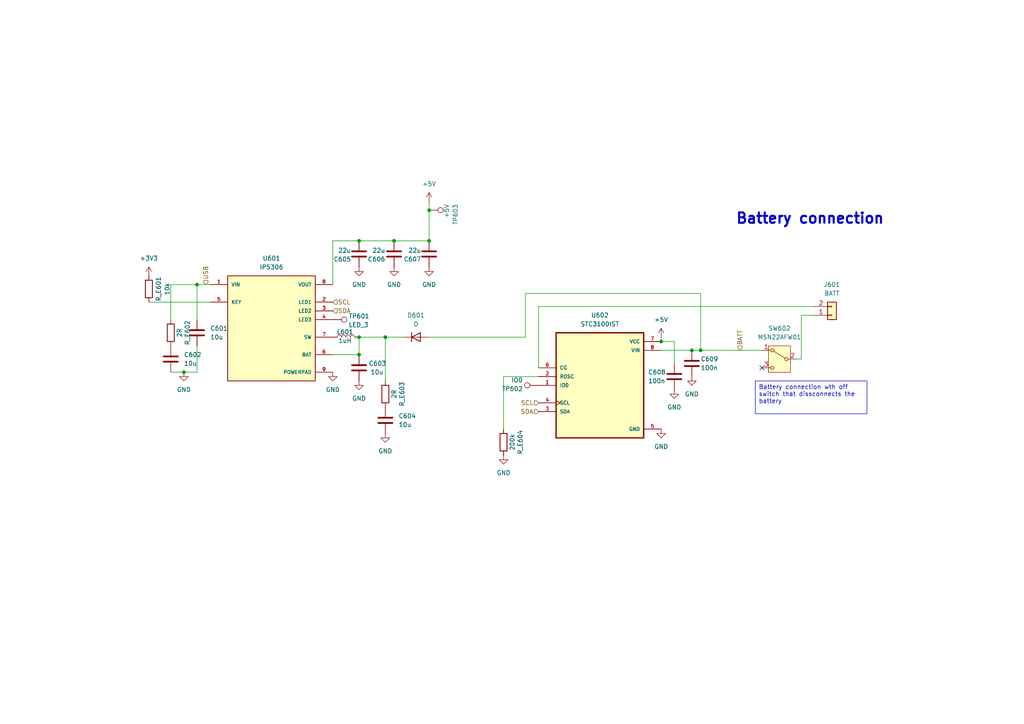
<source format=kicad_sch>
(kicad_sch (version 20231120) (generator "eeschema") (generator_version "8.0")
  (paper "A4")
  (lib_symbols
    (symbol "Connector:TestPoint" (pin_numbers hide) (pin_names (offset 0.762) hide)
      (property "Reference" "TP" (at 0 6.858 0))
      (property "Value" "TestPoint" (at 0 5.08 0))
      (symbol "TestPoint_0_1"
        (circle (center 0 3.302) (radius 0.762))
      )
      (symbol "TestPoint_1_1"
        (pin passive line (at 0 0 90) (length 2.54) (name "1") (number "1"))
      )
    )
    (symbol "Connector_Generic:Conn_01x02" (pin_names (offset 1.016) hide)
      (property "Reference" "J" (at 0 2.54 0))
      (property "Value" "Conn_01x02" (at 0 -5.08 0))
      (symbol "Conn_01x02_1_1"
        (rectangle (start -1.27 -2.413) (end 0 -2.667) (stroke (width 0.1524)))
        (rectangle (start -1.27 0.127) (end 0 -0.127) (stroke (width 0.1524)))
        (rectangle (start -1.27 1.27) (end 1.27 -3.81) (stroke (width 0.254)) (fill (type background)))
        (pin passive line (at -5.08 0 0) (length 3.81) (name "Pin_1") (number "1"))
        (pin passive line (at -5.08 -2.54 0) (length 3.81) (name "Pin_2") (number "2"))
      )
    )
    (symbol "Device:C" (pin_numbers hide) (pin_names (offset 0.254))
      (property "Reference" "C" (at 0.635 2.54 0))
      (property "Value" "C" (at 0.635 -2.54 0))
      (symbol "C_0_1"
        (polyline (pts (xy -2.032 -0.762) (xy 2.032 -0.762)) (stroke (width 0.508)))
        (polyline (pts (xy -2.032 0.762) (xy 2.032 0.762)) (stroke (width 0.508)))
      )
      (symbol "C_1_1"
        (pin passive line (at 0 3.81 270) (length 2.794) (name "~") (number "1"))
        (pin passive line (at 0 -3.81 90) (length 2.794) (name "~") (number "2"))
      )
    )
    (symbol "Device:D" (pin_numbers hide) (pin_names (offset 1.016) hide)
      (property "Reference" "D" (at 0 2.54 0))
      (property "Value" "D" (at 0 -2.54 0))
      (symbol "D_0_1"
        (polyline (pts (xy -1.27 1.27) (xy -1.27 -1.27)) (stroke (width 0.254)))
        (polyline (pts (xy 1.27 0) (xy -1.27 0)))
        (polyline (pts (xy 1.27 1.27) (xy 1.27 -1.27) (xy -1.27 0) (xy 1.27 1.27)) (stroke (width 0.254)))
      )
      (symbol "D_1_1"
        (pin passive line (at -3.81 0 0) (length 2.54) (name "K") (number "1"))
        (pin passive line (at 3.81 0 180) (length 2.54) (name "A") (number "2"))
      )
    )
    (symbol "Device:L" (pin_numbers hide) (pin_names (offset 1.016) hide)
      (property "Reference" "L" (at -1.27 0 90))
      (property "Value" "L" (at 1.905 0 90))
      (symbol "L_0_1"
        (arc (start 0 -2.54) (mid 0.6323 -1.905) (end 0 -1.27))
        (arc (start 0 -1.27) (mid 0.6323 -0.635) (end 0 0))
        (arc (start 0 0) (mid 0.6323 0.635) (end 0 1.27))
        (arc (start 0 1.27) (mid 0.6323 1.905) (end 0 2.54))
      )
      (symbol "L_1_1"
        (pin passive line (at 0 3.81 270) (length 1.27) (name "1") (number "1"))
        (pin passive line (at 0 -3.81 90) (length 1.27) (name "2") (number "2"))
      )
    )
    (symbol "Device:R" (pin_numbers hide) (pin_names (offset 0))
      (property "Reference" "R" (at 2.032 0 90))
      (property "Value" "R" (at 0 0 90))
      (symbol "R_0_1"
        (rectangle (start -1.016 -2.54) (end 1.016 2.54) (stroke (width 0.254)))
      )
      (symbol "R_1_1"
        (pin passive line (at 0 3.81 270) (length 1.27) (name "~") (number "1"))
        (pin passive line (at 0 -3.81 90) (length 1.27) (name "~") (number "2"))
      )
    )
    (symbol "IP5306:IP5306" (pin_names (offset 1.016))
      (property "Reference" "U" (at -12.7 16.002 0))
      (property "Value" "IP5306" (at -12.7 -17.78 0))
      (symbol "IP5306_0_0"
        (rectangle (start -12.7 -15.24) (end 12.7 15.24) (stroke (width 0.254)) (fill (type background)))
        (pin input line (at -17.78 12.7 0) (length 5.08) (name "VIN") (number "1"))
        (pin output line (at 17.78 7.62 180) (length 5.08) (name "LED1") (number "2"))
        (pin output line (at 17.78 5.08 180) (length 5.08) (name "LED2") (number "3"))
        (pin output line (at 17.78 2.54 180) (length 5.08) (name "LED3") (number "4"))
        (pin input line (at -17.78 7.62 0) (length 5.08) (name "KEY") (number "5"))
        (pin passive line (at 17.78 -7.62 180) (length 5.08) (name "BAT") (number "6"))
        (pin passive line (at 17.78 -2.54 180) (length 5.08) (name "SW") (number "7"))
        (pin output line (at 17.78 12.7 180) (length 5.08) (name "VOUT") (number "8"))
        (pin power_in line (at 17.78 -12.7 180) (length 5.08) (name "POWERPAD") (number "9"))
      )
    )
    (symbol "STC3100IST:STC3100IST" (pin_names (offset 1.016))
      (property "Reference" "U" (at -12.7 16.24 0))
      (property "Value" "STC3100IST" (at -12.7 -19.24 0))
      (symbol "STC3100IST_0_0"
        (rectangle (start -12.7 -15.24) (end 12.7 15.24) (stroke (width 0.41)) (fill (type background)))
        (pin bidirectional line (at -17.78 0 0) (length 5.08) (name "IO0") (number "1"))
        (pin input line (at -17.78 2.54 0) (length 5.08) (name "ROSC") (number "2"))
        (pin input line (at -17.78 -7.62 0) (length 5.08) (name "SDA") (number "3"))
        (pin input clock (at -17.78 -5.08 0) (length 5.08) (name "SCL") (number "4"))
        (pin power_in line (at 17.78 -12.7 180) (length 5.08) (name "GND") (number "5"))
        (pin input line (at -17.78 5.08 0) (length 5.08) (name "CG") (number "6"))
        (pin power_in line (at 17.78 12.7 180) (length 5.08) (name "VCC") (number "7"))
        (pin power_in line (at 17.78 10.16 180) (length 5.08) (name "VIN") (number "8"))
      )
    )
    (symbol "Switch:SW_SPDT" (pin_names (offset 0) hide)
      (property "Reference" "SW" (at 0 5.08 0))
      (property "Value" "SW_SPDT" (at 0 -5.08 0))
      (symbol "SW_SPDT_0_1"
        (circle (center -2.032 0) (radius 0.4572))
        (polyline (pts (xy -1.651 0.254) (xy 1.651 2.286)))
        (circle (center 2.032 -2.54) (radius 0.4572))
        (circle (center 2.032 2.54) (radius 0.4572))
      )
      (symbol "SW_SPDT_1_1"
        (rectangle (start -3.175 3.81) (end 3.175 -3.81) (fill (type background)))
        (pin passive line (at 5.08 2.54 180) (length 2.54) (name "A") (number "1"))
        (pin passive line (at -5.08 0 0) (length 2.54) (name "B") (number "2"))
        (pin passive line (at 5.08 -2.54 180) (length 2.54) (name "C") (number "3"))
      )
    )
    (symbol "power:+3V3" (power) (pin_numbers hide) (pin_names (offset 0) hide)
      (property "Value" "+3V3" (at 0 3.556 0))
      (symbol "+3V3_0_1"
        (polyline (pts (xy -0.762 1.27) (xy 0 2.54)))
        (polyline (pts (xy 0 0) (xy 0 2.54)))
        (polyline (pts (xy 0 2.54) (xy 0.762 1.27)))
      )
      (symbol "+3V3_1_1"
        (pin power_in line (at 0 0 90) (length 0) (name "~") (number "1"))
      )
    )
    (symbol "power:+5V" (power) (pin_numbers hide) (pin_names (offset 0) hide)
      (property "Value" "+5V" (at 0 3.556 0))
      (symbol "+5V_0_1"
        (polyline (pts (xy -0.762 1.27) (xy 0 2.54)))
        (polyline (pts (xy 0 0) (xy 0 2.54)))
        (polyline (pts (xy 0 2.54) (xy 0.762 1.27)))
      )
      (symbol "+5V_1_1"
        (pin power_in line (at 0 0 90) (length 0) (name "~") (number "1"))
      )
    )
    (symbol "power:GND" (power) (pin_numbers hide) (pin_names (offset 0) hide)
      (property "Value" "GND" (at 0 -3.81 0))
      (symbol "GND_0_1"
        (polyline (pts (xy 0 0) (xy 0 -1.27) (xy 1.27 -1.27) (xy 0 -2.54) (xy -1.27 -1.27) (xy 0 -1.27)))
      )
      (symbol "GND_1_1"
        (pin power_in line (at 0 0 270) (length 0) (name "~") (number "1"))
      )
    )
  )
  (junction (at 53.34 107.95))
  (junction (at 124.46 60.96))
  (junction (at 57.15 82.55))
  (junction (at 104.14 69.85))
  (junction (at 104.14 97.79))
  (junction (at 104.14 102.87))
  (junction (at 111.76 97.79))
  (junction (at 200.66 101.6))
  (junction (at 124.46 69.85))
  (junction (at 114.3 69.85))
  (junction (at 191.77 99.06))
  (junction (at 203.2 101.6))
  (no_connect (at 220.98 106.68))
  (wire (pts (xy 156.21 88.9) (xy 236.22 88.9)))
  (wire (pts (xy 57.15 92.71) (xy 57.15 82.55)))
  (wire (pts (xy 232.41 104.14) (xy 232.41 91.44)))
  (wire (pts (xy 152.4 85.09) (xy 152.4 97.79)))
  (wire (pts (xy 124.46 58.42) (xy 124.46 60.96)))
  (wire (pts (xy 156.21 106.68) (xy 156.21 88.9)))
  (wire (pts (xy 96.52 69.85) (xy 96.52 82.55)))
  (wire (pts (xy 116.84 97.79) (xy 111.76 97.79)))
  (wire (pts (xy 191.77 97.79) (xy 191.77 99.06)))
  (wire (pts (xy 195.58 105.41) (xy 195.58 99.06)))
  (wire (pts (xy 146.05 109.22) (xy 156.21 109.22)))
  (wire (pts (xy 43.18 87.63) (xy 60.96 87.63)))
  (wire (pts (xy 57.15 82.55) (xy 60.96 82.55)))
  (wire (pts (xy 232.41 104.14) (xy 231.14 104.14)))
  (wire (pts (xy 57.15 100.33) (xy 57.15 107.95)))
  (wire (pts (xy 191.77 101.6) (xy 200.66 101.6)))
  (wire (pts (xy 104.14 97.79) (xy 104.14 102.87)))
  (wire (pts (xy 195.58 99.06) (xy 191.77 99.06)))
  (wire (pts (xy 49.53 82.55) (xy 57.15 82.55)))
  (wire (pts (xy 152.4 97.79) (xy 124.46 97.79)))
  (wire (pts (xy 104.14 97.79) (xy 111.76 97.79)))
  (wire (pts (xy 114.3 69.85) (xy 124.46 69.85)))
  (wire (pts (xy 200.66 101.6) (xy 203.2 101.6)))
  (wire (pts (xy 152.4 85.09) (xy 203.2 85.09)))
  (wire (pts (xy 124.46 60.96) (xy 124.46 69.85)))
  (wire (pts (xy 57.15 107.95) (xy 53.34 107.95)))
  (wire (pts (xy 104.14 69.85) (xy 114.3 69.85)))
  (wire (pts (xy 232.41 91.44) (xy 236.22 91.44)))
  (wire (pts (xy 96.52 69.85) (xy 104.14 69.85)))
  (wire (pts (xy 111.76 110.49) (xy 111.76 97.79)))
  (wire (pts (xy 49.53 92.71) (xy 49.53 82.55)))
  (wire (pts (xy 203.2 85.09) (xy 203.2 101.6)))
  (wire (pts (xy 203.2 101.6) (xy 220.98 101.6)))
  (wire (pts (xy 53.34 107.95) (xy 49.53 107.95)))
  (wire (pts (xy 146.05 124.46) (xy 146.05 109.22)))
  (wire (pts (xy 96.52 102.87) (xy 104.14 102.87)))
  (text_box "Battery connection wth off switch that dissconnects the battery" (at 219.075 110.49 0) (size 32.385 9.525) (effects (font (size 1.27 1.27)) (justify left top)))
  (text "Battery connection" (at 234.95 63.5 0) (effects (font (size 3 3) (bold yes))))
  (hierarchical_label "SDA" (shape input) (at 96.52 90.17 0))
  (hierarchical_label "BATT" (shape input) (at 214.63 101.6 90))
  (hierarchical_label "SCL" (shape input) (at 96.52 87.63 0))
  (hierarchical_label "SCL" (shape input) (at 156.21 116.84 180))
  (hierarchical_label "SDA" (shape input) (at 156.21 119.38 180))
  (hierarchical_label "USB" (shape input) (at 59.69 82.55 90))
  (symbol (lib_id "power:GND") (at 111.76 125.73 0) (unit 1)
    (property "Reference" "#PWR0606" (effects (hide yes)))
    (property "Value" "GND" (at 111.76 130.81 0))
    (property "Description" "Power symbol creates a global label with name \"GND\" , ground" (effects (hide yes)))
  )
  (symbol (lib_id "Switch:SW_SPDT") (at 226.06 104.14 0) (mirror y) (unit 1)
    (property "Reference" "SW602" (at 226.06 95.25 0))
    (property "Value" "MSN22AFW01" (at 226.06 97.79 0))
    (property "Footprint" "Button_Switch_THT:MSN22AFW01" (effects (hide yes)))
    (property "Datasheet" "https://cz.mouser.com/datasheet/2/295/MSN_SlidesNonillum_DP-3450118.pdf" (effects (hide yes)))
    (property "Description" "Switch, single pole double throw" (effects (hide yes)))
  )
  (symbol (lib_id "Device:C") (at 104.14 73.66 180) (unit 1)
    (property "Reference" "C605" (at 101.854 75.184 0) (effects (justify left)))
    (property "Value" "22u" (at 101.854 72.644 0) (effects (justify left)))
    (property "Footprint" "Capacitor_SMD:C_0603_1608Metric_Pad1.08x0.95mm_HandSolder" (effects (hide yes)))
    (property "Description" "Unpolarized capacitor" (effects (hide yes)))
  )
  (symbol (lib_id "Connector:TestPoint") (at 156.21 111.76 90) (unit 1)
    (property "Reference" "TP602" (at 151.638 112.776 90) (effects (justify left)))
    (property "Value" "IO0" (at 151.638 110.236 90) (effects (justify left)))
    (property "Footprint" "TestPoint:TestPoint_Pad_D1.5mm" (effects (hide yes)))
    (property "Description" "test point" (effects (hide yes)))
  )
  (symbol (lib_id "power:GND") (at 146.05 132.08 0) (unit 1)
    (property "Reference" "#PWR0608" (effects (hide yes)))
    (property "Value" "GND" (at 146.05 137.16 0))
    (property "Description" "Power symbol creates a global label with name \"GND\" , ground" (effects (hide yes)))
  )
  (symbol (lib_id "power:GND") (at 104.14 77.47 0) (unit 1)
    (property "Reference" "#PWR0610" (effects (hide yes)))
    (property "Value" "GND" (at 104.14 82.55 0))
    (property "Description" "Power symbol creates a global label with name \"GND\" , ground" (effects (hide yes)))
  )
  (symbol (lib_id "Device:D") (at 120.65 97.79 0) (unit 1)
    (property "Reference" "D601" (at 120.65 91.44 0))
    (property "Value" "D" (at 120.65 93.98 0))
    (property "Footprint" "Diode_SMD:D_0603_1608Metric_Pad1.05x0.95mm_HandSolder" (effects (hide yes)))
    (property "Description" "Diode" (effects (hide yes)))
    (property "Sim.Device" "D" (effects (hide yes)))
    (property "Sim.Pins" "1=K 2=A" (effects (hide yes)))
  )
  (symbol (lib_id "Connector:TestPoint") (at 124.46 60.96 270) (unit 1)
    (property "Reference" "TP603" (at 132.08 59.182 0) (effects (justify left)))
    (property "Value" "+5V" (at 129.54 59.182 0) (effects (justify left)))
    (property "Footprint" "TestPoint:TestPoint_Pad_D1.5mm" (effects (hide yes)))
    (property "Description" "test point" (effects (hide yes)))
  )
  (symbol (lib_id "power:+3V3") (at 43.18 80.01 0) (unit 1)
    (property "Reference" "#PWR0602" (effects (hide yes)))
    (property "Value" "+3V3" (at 43.18 74.93 0))
    (property "Description" "Power symbol creates a global label with name \"+3V3\"" (effects (hide yes)))
  )
  (symbol (lib_id "Device:C") (at 49.53 104.14 0) (unit 1)
    (property "Reference" "C602" (at 53.34 102.8699 0) (effects (justify left)))
    (property "Value" "10u" (at 53.34 105.4099 0) (effects (justify left)))
    (property "Footprint" "Capacitor_SMD:C_0603_1608Metric_Pad1.08x0.95mm_HandSolder" (effects (hide yes)))
    (property "Description" "Unpolarized capacitor" (effects (hide yes)))
  )
  (symbol (lib_id "Device:C") (at 111.76 121.92 0) (unit 1)
    (property "Reference" "C604" (at 115.57 120.6499 0) (effects (justify left)))
    (property "Value" "10u" (at 115.57 123.1899 0) (effects (justify left)))
    (property "Footprint" "Capacitor_SMD:C_0603_1608Metric_Pad1.08x0.95mm_HandSolder" (effects (hide yes)))
    (property "Description" "Unpolarized capacitor" (effects (hide yes)))
  )
  (symbol (lib_id "Device:C") (at 104.14 106.68 0) (unit 1)
    (property "Reference" "C603" (at 106.934 105.41 0) (effects (justify left)))
    (property "Value" "10u" (at 107.442 107.95 0) (effects (justify left)))
    (property "Footprint" "Capacitor_SMD:C_0603_1608Metric_Pad1.08x0.95mm_HandSolder" (effects (hide yes)))
    (property "Description" "Unpolarized capacitor" (effects (hide yes)))
  )
  (symbol (lib_id "Device:R") (at 146.05 128.27 180) (unit 1)
    (property "Reference" "R_E604" (at 150.876 128.27 90))
    (property "Value" "200k" (at 148.59 128.27 90))
    (property "Footprint" "Resistor_SMD:R_0603_1608Metric_Pad0.98x0.95mm_HandSolder" (effects (hide yes)))
    (property "Description" "Resistor" (effects (hide yes)))
  )
  (symbol (lib_id "power:+5V") (at 124.46 58.42 0) (unit 1)
    (property "Reference" "#PWR0601" (effects (hide yes)))
    (property "Value" "+5V" (at 124.46 53.34 0))
    (property "Description" "Power symbol creates a global label with name \"+5V\"" (effects (hide yes)))
  )
  (symbol (lib_id "power:GND") (at 195.58 113.03 0) (unit 1)
    (property "Reference" "#PWR0613" (effects (hide yes)))
    (property "Value" "GND" (at 195.58 118.11 0))
    (property "Description" "Power symbol creates a global label with name \"GND\" , ground" (effects (hide yes)))
  )
  (symbol (lib_id "power:GND") (at 191.77 124.46 0) (unit 1)
    (property "Reference" "#PWR0607" (effects (hide yes)))
    (property "Value" "GND" (at 191.77 129.54 0))
    (property "Description" "Power symbol creates a global label with name \"GND\" , ground" (effects (hide yes)))
  )
  (symbol (lib_id "power:GND") (at 53.34 107.95 0) (unit 1)
    (property "Reference" "#PWR0603" (effects (hide yes)))
    (property "Value" "GND" (at 53.34 113.03 0))
    (property "Description" "Power symbol creates a global label with name \"GND\" , ground" (effects (hide yes)))
  )
  (symbol (lib_id "power:GND") (at 200.66 109.22 0) (unit 1)
    (property "Reference" "#PWR0614" (effects (hide yes)))
    (property "Value" "GND" (at 200.66 114.3 0))
    (property "Description" "Power symbol creates a global label with name \"GND\" , ground" (effects (hide yes)))
  )
  (symbol (lib_id "Device:R") (at 43.18 83.82 180) (unit 1)
    (property "Reference" "R_E601" (at 45.974 83.82 90))
    (property "Value" "10k" (at 48.514 83.82 90))
    (property "Footprint" "Resistor_SMD:R_0603_1608Metric_Pad0.98x0.95mm_HandSolder" (effects (hide yes)))
    (property "Description" "Resistor" (effects (hide yes)))
  )
  (symbol (lib_id "IP5306:IP5306") (at 78.74 95.25 0) (unit 1)
    (property "Reference" "U601" (at 78.74 74.93 0))
    (property "Value" "IP5306" (at 78.74 77.47 0))
    (property "Footprint" "Package_SO:SOP-8L" (effects (hide yes)))
    (property "Datasheet" "https://www.laskakit.cz/user/related_files/ip5306-1.pdf" (effects (hide yes)))
    (property "MF" "Injoinic" (effects (hide yes)))
    (property "MAXIMUM_PACKAGE_HEIGHT" "1.65mm" (effects (hide yes)))
    (property "Package" "eSOP8 INJOINIC" (effects (hide yes)))
    (property "Price" "None" (effects (hide yes)))
    (property "Check_prices" "https://www.snapeda.com/parts/IP5306/Injoinic/view-part/?ref=eda" (effects (hide yes)))
    (property "STANDARD" "IPC-7351B" (effects (hide yes)))
    (property "PARTREV" "1.31" (effects (hide yes)))
    (property "SnapEDA_Link" "https://www.snapeda.com/parts/IP5306/Injoinic/view-part/?ref=snap" (effects (hide yes)))
    (property "MP" "IP5306" (effects (hide yes)))
    (property "Description_1" "\n                        \n                            Fully-Integrated Power Bank System-On-Chip with 2.1A charger, 2.4A discharger\n                        \n" (effects (hide yes)))
    (property "Availability" "In Stock" (effects (hide yes)))
    (property "MANUFACTURER" "Injoinic" (effects (hide yes)))
  )
  (symbol (lib_id "STC3100IST:STC3100IST") (at 173.99 111.76 0) (unit 1)
    (property "Reference" "U602" (at 173.99 91.44 0))
    (property "Value" "STC3100IST" (at 173.99 93.98 0))
    (property "Footprint" "Package_SO:SO-8_3.9x4.9mm_P1.27mm" (effects (hide yes)))
    (property "Datasheet" "https://www.st.com/resource/en/datasheet/stc3100.pdf" (effects (hide yes)))
    (property "MF" "STMicroelectronics" (effects (hide yes)))
    (property "DESCRIPTION" "STC3100 Series 5.5 V Battery Monitor IC with Coulomb Counter/Gas Gauge - MSOP-8" (effects (hide yes)))
    (property "PACKAGE" "TSSOP-8 STMicroelectronics" (effects (hide yes)))
    (property "PRICE" "None" (effects (hide yes)))
    (property "Package" "TSSOP-8 STMicroelectronics" (effects (hide yes)))
    (property "Check_prices" "https://www.snapeda.com/parts/STC3100IST/STMicroelectronics/view-part/?ref=eda" (effects (hide yes)))
    (property "STANDARD" "IPC-7351B" (effects (hide yes)))
    (property "SnapEDA_Link" "https://www.snapeda.com/parts/STC3100IST/STMicroelectronics/view-part/?ref=snap" (effects (hide yes)))
    (property "MP" "STC3100IST" (effects (hide yes)))
    (property "Price" "None" (effects (hide yes)))
    (property "Description_1" "\n                        \n                            Battery Battery Monitor IC Lithium Ion 8-MiniSO\n                        \n" (effects (hide yes)))
    (property "Availability" "In Stock" (effects (hide yes)))
    (property "AVAILABILITY" "Unavailable" (effects (hide yes)))
    (property "SNAPEDA_PACKAGE_ID" "68770" (effects (hide yes)))
  )
  (symbol (lib_id "Device:R") (at 111.76 114.3 180) (unit 1)
    (property "Reference" "R_E603" (at 116.586 114.3 90))
    (property "Value" "2R" (at 114.3 114.3 90))
    (property "Footprint" "Resistor_SMD:R_0603_1608Metric_Pad0.98x0.95mm_HandSolder" (effects (hide yes)))
    (property "Description" "Resistor" (effects (hide yes)))
  )
  (symbol (lib_id "power:+5V") (at 191.77 97.79 0) (unit 1)
    (property "Reference" "#PWR0609" (effects (hide yes)))
    (property "Value" "+5V" (at 191.77 92.71 0))
    (property "Description" "Power symbol creates a global label with name \"+5V\"" (effects (hide yes)))
  )
  (symbol (lib_id "Device:C") (at 114.3 73.66 180) (unit 1)
    (property "Reference" "C606" (at 111.76 75.184 0) (effects (justify left)))
    (property "Value" "22u" (at 111.76 72.644 0) (effects (justify left)))
    (property "Footprint" "Capacitor_SMD:C_0603_1608Metric_Pad1.08x0.95mm_HandSolder" (effects (hide yes)))
    (property "Description" "Unpolarized capacitor" (effects (hide yes)))
  )
  (symbol (lib_id "Device:C") (at 124.46 73.66 180) (unit 1)
    (property "Reference" "C607" (at 122.174 75.184 0) (effects (justify left)))
    (property "Value" "22u" (at 122.174 72.644 0) (effects (justify left)))
    (property "Footprint" "Capacitor_SMD:C_0603_1608Metric_Pad1.08x0.95mm_HandSolder" (effects (hide yes)))
    (property "Description" "Unpolarized capacitor" (effects (hide yes)))
  )
  (symbol (lib_id "Connector:TestPoint") (at 96.52 92.71 270) (unit 1)
    (property "Reference" "TP601" (at 101.092 91.694 90) (effects (justify left)))
    (property "Value" "LED_3" (at 101.092 94.234 90) (effects (justify left)))
    (property "Footprint" "TestPoint:TestPoint_Pad_D1.5mm" (effects (hide yes)))
    (property "Description" "test point" (effects (hide yes)))
  )
  (symbol (lib_id "Device:C") (at 195.58 109.22 0) (unit 1)
    (property "Reference" "C608" (at 187.96 107.95 0) (effects (justify left)))
    (property "Value" "100n" (at 187.96 110.49 0) (effects (justify left)))
    (property "Footprint" "Capacitor_SMD:C_0603_1608Metric_Pad1.08x0.95mm_HandSolder" (effects (hide yes)))
    (property "Description" "Unpolarized capacitor" (effects (hide yes)))
  )
  (symbol (lib_id "Device:C") (at 57.15 96.52 0) (unit 1)
    (property "Reference" "C601" (at 60.96 95.2499 0) (effects (justify left)))
    (property "Value" "10u" (at 60.96 97.7899 0) (effects (justify left)))
    (property "Footprint" "Capacitor_SMD:C_0603_1608Metric_Pad1.08x0.95mm_HandSolder" (effects (hide yes)))
    (property "Description" "Unpolarized capacitor" (effects (hide yes)))
  )
  (symbol (lib_id "Device:C") (at 200.66 105.41 0) (unit 1)
    (property "Reference" "C609" (at 203.2 104.14 0) (effects (justify left)))
    (property "Value" "100n" (at 203.2 106.68 0) (effects (justify left)))
    (property "Footprint" "Capacitor_SMD:C_0603_1608Metric_Pad1.08x0.95mm_HandSolder" (effects (hide yes)))
    (property "Description" "Unpolarized capacitor" (effects (hide yes)))
  )
  (symbol (lib_id "power:GND") (at 124.46 77.47 0) (unit 1)
    (property "Reference" "#PWR0612" (effects (hide yes)))
    (property "Value" "GND" (at 124.46 82.55 0))
    (property "Description" "Power symbol creates a global label with name \"GND\" , ground" (effects (hide yes)))
  )
  (symbol (lib_id "Device:L") (at 100.33 97.79 90) (unit 1)
    (property "Reference" "L601" (at 100.076 96.266 90))
    (property "Value" "1uH" (at 100.076 98.806 90))
    (property "Footprint" "Inductor_SMD:L_1008_2520Metric_Pad1.43x2.20mm_HandSolder" (effects (hide yes)))
    (property "Description" "Inductor" (effects (hide yes)))
  )
  (symbol (lib_id "power:GND") (at 96.52 107.95 0) (unit 1)
    (property "Reference" "#PWR0604" (effects (hide yes)))
    (property "Value" "GND" (at 96.52 113.03 0))
    (property "Description" "Power symbol creates a global label with name \"GND\" , ground" (effects (hide yes)))
  )
  (symbol (lib_id "power:GND") (at 104.14 110.49 0) (unit 1)
    (property "Reference" "#PWR0605" (effects (hide yes)))
    (property "Value" "GND" (at 104.14 115.57 0))
    (property "Description" "Power symbol creates a global label with name \"GND\" , ground" (effects (hide yes)))
  )
  (symbol (lib_id "Connector_Generic:Conn_01x02") (at 241.3 91.44 0) (mirror x) (unit 1)
    (property "Reference" "J601" (at 241.3 82.55 0))
    (property "Value" "BATT" (at 241.3 85.09 0))
    (property "Footprint" "Connector_Molex:Molex_PicoBlade_53398-0271_1x02-1MP_P1.25mm_Vertical" (effects (hide yes)))
    (property "Datasheet" "https://cz.mouser.com/ProductDetail/Molex/53398-4004?qs=iLbezkQI%252Bsg1CAiQuTsV2g%3D%3D" (effects (hide yes)))
    (property "Description" "Generic connector, single row, 01x02, script generated (kicad-library-utils/schlib/autogen/connector/)" (effects (hide yes)))
  )
  (symbol (lib_id "power:GND") (at 114.3 77.47 0) (unit 1)
    (property "Reference" "#PWR0611" (effects (hide yes)))
    (property "Value" "GND" (at 114.3 82.55 0))
    (property "Description" "Power symbol creates a global label with name \"GND\" , ground" (effects (hide yes)))
  )
  (symbol (lib_id "Device:R") (at 49.53 96.52 180) (unit 1)
    (property "Reference" "R_E602" (at 54.356 96.52 90))
    (property "Value" "2R" (at 52.07 96.52 90))
    (property "Footprint" "Resistor_SMD:R_0603_1608Metric_Pad0.98x0.95mm_HandSolder" (effects (hide yes)))
    (property "Description" "Resistor" (effects (hide yes)))
  )
)
</source>
